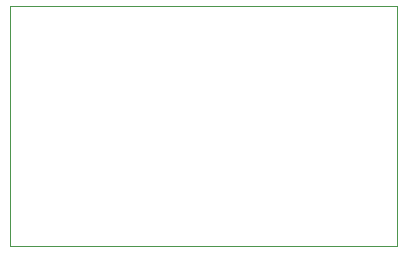
<source format=gbr>
%TF.GenerationSoftware,KiCad,Pcbnew,(6.0.5)*%
%TF.CreationDate,2022-10-09T22:16:17+01:00*%
%TF.ProjectId,PicoDrive,5069636f-4472-4697-9665-2e6b69636164,rev?*%
%TF.SameCoordinates,Original*%
%TF.FileFunction,Profile,NP*%
%FSLAX46Y46*%
G04 Gerber Fmt 4.6, Leading zero omitted, Abs format (unit mm)*
G04 Created by KiCad (PCBNEW (6.0.5)) date 2022-10-09 22:16:17*
%MOMM*%
%LPD*%
G01*
G04 APERTURE LIST*
%TA.AperFunction,Profile*%
%ADD10C,0.100000*%
%TD*%
G04 APERTURE END LIST*
D10*
X142367000Y-51435000D02*
X175133000Y-51435000D01*
X175133000Y-51435000D02*
X175133000Y-71755000D01*
X175133000Y-71755000D02*
X142367000Y-71755000D01*
X142367000Y-71755000D02*
X142367000Y-51435000D01*
M02*

</source>
